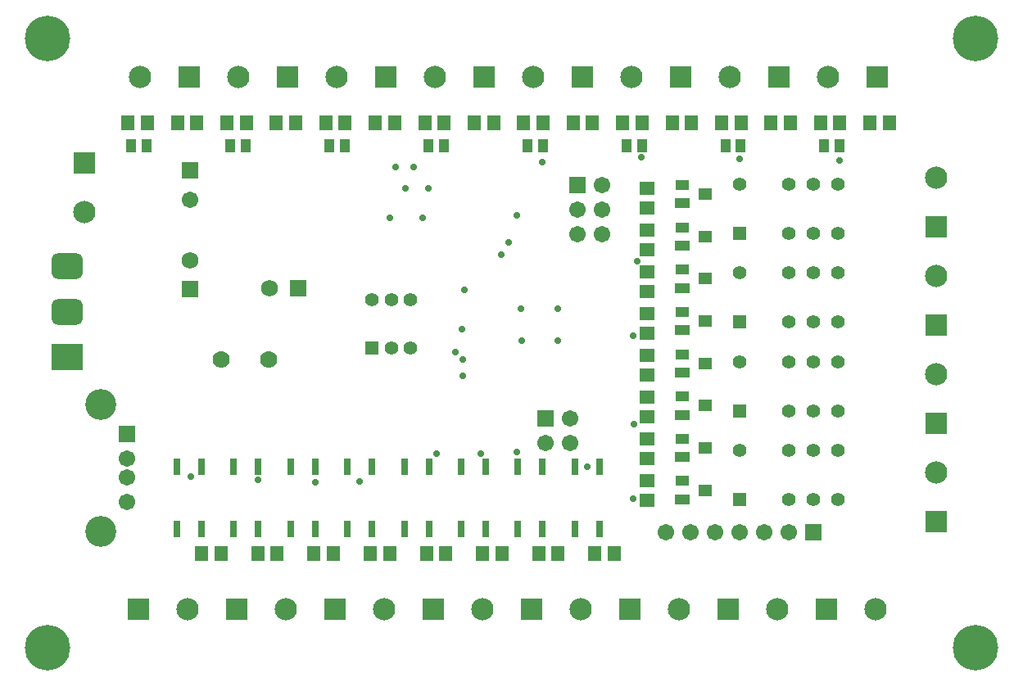
<source format=gbs>
%FSLAX25Y25*%
%MOIN*%
G70*
G01*
G75*
G04 Layer_Color=16711935*
%ADD10R,0.33465X0.42126*%
%ADD11R,0.12205X0.04331*%
%ADD12R,0.05906X0.03937*%
%ADD13R,0.05512X0.04724*%
%ADD14R,0.05906X0.05906*%
%ADD15R,0.01969X0.07874*%
%ADD16O,0.01969X0.07874*%
%ADD17R,0.04921X0.03543*%
%ADD18R,0.03543X0.02362*%
%ADD19R,0.03937X0.05906*%
%ADD20R,0.04724X0.05512*%
%ADD21R,0.01969X0.06890*%
%ADD22O,0.01969X0.06890*%
%ADD23O,0.06890X0.01969*%
%ADD24C,0.03937*%
%ADD25C,0.01000*%
%ADD26C,0.02362*%
%ADD27C,0.03150*%
%ADD28C,0.01969*%
%ADD29C,0.01575*%
%ADD30C,0.17716*%
%ADD31R,0.08268X0.08268*%
%ADD32C,0.08268*%
%ADD33R,0.08268X0.08268*%
%ADD34R,0.06102X0.06102*%
%ADD35C,0.06102*%
%ADD36R,0.06102X0.06102*%
%ADD37C,0.05906*%
%ADD38C,0.04724*%
%ADD39R,0.04724X0.04724*%
G04:AMPARAMS|DCode=40|XSize=98.43mil|YSize=118.11mil|CornerRadius=24.61mil|HoleSize=0mil|Usage=FLASHONLY|Rotation=90.000|XOffset=0mil|YOffset=0mil|HoleType=Round|Shape=RoundedRectangle|*
%AMROUNDEDRECTD40*
21,1,0.09843,0.06890,0,0,90.0*
21,1,0.04921,0.11811,0,0,90.0*
1,1,0.04921,0.03445,0.02461*
1,1,0.04921,0.03445,-0.02461*
1,1,0.04921,-0.03445,-0.02461*
1,1,0.04921,-0.03445,0.02461*
%
%ADD40ROUNDEDRECTD40*%
%ADD41R,0.11811X0.09843*%
%ADD42C,0.11811*%
%ADD43C,0.04724*%
%ADD44R,0.04724X0.04724*%
%ADD45C,0.06200*%
%ADD46R,0.05906X0.05906*%
%ADD47C,0.01969*%
%ADD48R,0.02362X0.05906*%
%ADD49R,0.04724X0.03937*%
%ADD50R,0.04724X0.03543*%
%ADD51R,0.05118X0.03543*%
%ADD52R,0.03543X0.04921*%
%ADD53C,0.00787*%
%ADD54C,0.00394*%
%ADD55C,0.01200*%
%ADD56C,0.00591*%
%ADD57C,0.00500*%
%ADD58C,0.00400*%
%ADD59C,0.00600*%
%ADD60C,0.00236*%
%ADD61C,0.00984*%
%ADD62C,0.02362*%
%ADD63R,0.34265X0.42926*%
%ADD64R,0.13005X0.05131*%
%ADD65R,0.06706X0.04737*%
%ADD66R,0.06312X0.05524*%
%ADD67R,0.06706X0.06706*%
%ADD68R,0.02769X0.08674*%
%ADD69O,0.02769X0.08674*%
%ADD70R,0.05721X0.04343*%
%ADD71R,0.04343X0.03162*%
%ADD72R,0.04737X0.06706*%
%ADD73R,0.05524X0.06312*%
%ADD74R,0.02769X0.07690*%
%ADD75O,0.02769X0.07690*%
%ADD76O,0.07690X0.02769*%
%ADD77C,0.18517*%
%ADD78R,0.09068X0.09068*%
%ADD79C,0.09068*%
%ADD80R,0.09068X0.09068*%
%ADD81R,0.06902X0.06902*%
%ADD82C,0.06902*%
%ADD83R,0.06902X0.06902*%
%ADD84C,0.06706*%
%ADD85C,0.05524*%
%ADD86R,0.05524X0.05524*%
G04:AMPARAMS|DCode=87|XSize=106.42mil|YSize=126.11mil|CornerRadius=26.61mil|HoleSize=0mil|Usage=FLASHONLY|Rotation=90.000|XOffset=0mil|YOffset=0mil|HoleType=Round|Shape=RoundedRectangle|*
%AMROUNDEDRECTD87*
21,1,0.10642,0.07290,0,0,90.0*
21,1,0.05321,0.12611,0,0,90.0*
1,1,0.05321,0.03645,0.02661*
1,1,0.05321,0.03645,-0.02661*
1,1,0.05321,-0.03645,-0.02661*
1,1,0.05321,-0.03645,0.02661*
%
%ADD87ROUNDEDRECTD87*%
%ADD88R,0.12611X0.10642*%
%ADD89C,0.12611*%
%ADD90C,0.05524*%
%ADD91R,0.05524X0.05524*%
%ADD92C,0.07000*%
%ADD93R,0.06706X0.06706*%
%ADD94C,0.02769*%
%ADD95R,0.03162X0.06706*%
%ADD96R,0.05524X0.04737*%
%ADD97R,0.05524X0.04343*%
%ADD98R,0.05918X0.04343*%
%ADD99R,0.04343X0.05721*%
D66*
X454969Y371894D02*
D03*
Y379768D02*
D03*
Y354894D02*
D03*
Y362768D02*
D03*
Y337894D02*
D03*
Y345768D02*
D03*
X454969Y320894D02*
D03*
Y328768D02*
D03*
X454969Y286894D02*
D03*
Y294768D02*
D03*
Y303894D02*
D03*
Y311768D02*
D03*
Y277728D02*
D03*
Y269854D02*
D03*
X454969Y252894D02*
D03*
Y260768D02*
D03*
D67*
X269000Y387000D02*
D03*
X243335Y279780D02*
D03*
X413386Y286221D02*
D03*
X426378Y381102D02*
D03*
D73*
X281500Y231000D02*
D03*
X273626D02*
D03*
X304357D02*
D03*
X296483D02*
D03*
X327214D02*
D03*
X319340D02*
D03*
X372929D02*
D03*
X365054D02*
D03*
X395786D02*
D03*
X387912D02*
D03*
X418643D02*
D03*
X410769D02*
D03*
X350071D02*
D03*
X342197D02*
D03*
X441500D02*
D03*
X433626D02*
D03*
X243626Y406500D02*
D03*
X251500D02*
D03*
X263759D02*
D03*
X271633D02*
D03*
X304026D02*
D03*
X311900D02*
D03*
X283893D02*
D03*
X291767D02*
D03*
X344293D02*
D03*
X352167D02*
D03*
X324159D02*
D03*
X332033D02*
D03*
X384559D02*
D03*
X392433D02*
D03*
X364426D02*
D03*
X372300D02*
D03*
X424826D02*
D03*
X432700D02*
D03*
X404693D02*
D03*
X412567Y406500D02*
D03*
X444959Y406500D02*
D03*
X452833D02*
D03*
X465093D02*
D03*
X472967D02*
D03*
X485226D02*
D03*
X493100D02*
D03*
X505359D02*
D03*
X513233D02*
D03*
X545626D02*
D03*
X553500D02*
D03*
X525493D02*
D03*
X533367D02*
D03*
D77*
X210717Y440748D02*
D03*
X588669D02*
D03*
Y192717D02*
D03*
X210717D02*
D03*
D78*
X548500Y425000D02*
D03*
X248000Y208500D02*
D03*
X508500Y425000D02*
D03*
X288000Y208500D02*
D03*
X468500Y425000D02*
D03*
X328000Y208500D02*
D03*
X368000D02*
D03*
X428500Y425000D02*
D03*
X408000Y208500D02*
D03*
X388500Y425000D02*
D03*
X448000Y208500D02*
D03*
X348500Y425000D02*
D03*
X488000Y208500D02*
D03*
X308500Y425000D02*
D03*
X528000Y208500D02*
D03*
X268500Y425000D02*
D03*
D79*
X528500D02*
D03*
X226000Y370000D02*
D03*
X268000Y208500D02*
D03*
X488500Y425000D02*
D03*
X308000Y208500D02*
D03*
X448500Y425000D02*
D03*
X348000Y208500D02*
D03*
X388000D02*
D03*
X408500Y425000D02*
D03*
X428000Y208500D02*
D03*
X368500Y425000D02*
D03*
X468000Y208500D02*
D03*
X328500Y425000D02*
D03*
X508000Y208500D02*
D03*
X288500Y425000D02*
D03*
X548000Y208500D02*
D03*
X248500Y425000D02*
D03*
X572500Y264000D02*
D03*
Y304000D02*
D03*
Y344000D02*
D03*
Y384000D02*
D03*
D80*
X226000Y390000D02*
D03*
X572500Y244000D02*
D03*
X572500Y284000D02*
D03*
Y324000D02*
D03*
X572500Y364000D02*
D03*
D81*
X313000Y339000D02*
D03*
D82*
X301189D02*
D03*
X268984Y350590D02*
D03*
D83*
Y338779D02*
D03*
D84*
X269000Y375189D02*
D03*
X243335Y252024D02*
D03*
Y269937D02*
D03*
Y262063D02*
D03*
X423386Y276220D02*
D03*
X413386D02*
D03*
X423386Y286221D02*
D03*
X436378Y361102D02*
D03*
X426378Y361102D02*
D03*
X436378Y371102D02*
D03*
X426378D02*
D03*
X436378Y381102D02*
D03*
X462441Y239764D02*
D03*
X472441D02*
D03*
X482441D02*
D03*
X492441D02*
D03*
X512441D02*
D03*
X502441D02*
D03*
D85*
X342905Y334622D02*
D03*
X350780Y314937D02*
D03*
Y334622D02*
D03*
X358653Y314937D02*
D03*
Y334622D02*
D03*
D86*
X342905Y314937D02*
D03*
D87*
X218913Y348008D02*
D03*
Y329504D02*
D03*
D88*
Y311000D02*
D03*
D89*
X232665Y291866D02*
D03*
Y240134D02*
D03*
D90*
X532500Y273000D02*
D03*
Y253000D02*
D03*
X522500D02*
D03*
Y273000D02*
D03*
X492500Y273000D02*
D03*
X512500Y253000D02*
D03*
Y273000D02*
D03*
X532500Y381500D02*
D03*
Y361500D02*
D03*
X522500D02*
D03*
Y381500D02*
D03*
X492500Y381500D02*
D03*
X512500Y361500D02*
D03*
Y381500D02*
D03*
X532500Y309167D02*
D03*
Y289167D02*
D03*
X522500D02*
D03*
Y309167D02*
D03*
X492500Y309167D02*
D03*
X512500Y289167D02*
D03*
Y309167D02*
D03*
X532500Y345333D02*
D03*
Y325333D02*
D03*
X522500D02*
D03*
Y345333D02*
D03*
X492500Y345333D02*
D03*
X512500Y325333D02*
D03*
Y345333D02*
D03*
D91*
X492500Y253000D02*
D03*
Y361500D02*
D03*
Y289167D02*
D03*
Y325333D02*
D03*
D92*
X300874Y310039D02*
D03*
X281661D02*
D03*
D93*
X522441Y239764D02*
D03*
D94*
X379661Y322590D02*
D03*
X379961Y309992D02*
D03*
Y303623D02*
D03*
X376858Y313189D02*
D03*
X269311Y262402D02*
D03*
X296543Y261221D02*
D03*
X319786Y260053D02*
D03*
X337882Y260433D02*
D03*
X369169Y271846D02*
D03*
X387118Y271850D02*
D03*
X430658Y266475D02*
D03*
X449299Y253346D02*
D03*
X449693Y283661D02*
D03*
X449299Y319882D02*
D03*
X450874Y350197D02*
D03*
X380402Y338386D02*
D03*
X395504Y352811D02*
D03*
X412291Y390354D02*
D03*
X401803Y368843D02*
D03*
X398654Y357677D02*
D03*
X452449Y392323D02*
D03*
X492606Y391929D02*
D03*
X533157Y391142D02*
D03*
X403630Y330906D02*
D03*
X418590D02*
D03*
Y317913D02*
D03*
X404024D02*
D03*
X352449Y388386D02*
D03*
X359929D02*
D03*
X356386Y379724D02*
D03*
X365835D02*
D03*
X350087Y367913D02*
D03*
X363472D02*
D03*
X401803Y272441D02*
D03*
D95*
X366071Y241000D02*
D03*
X356071D02*
D03*
X366071Y266590D02*
D03*
X356071D02*
D03*
X435500Y241000D02*
D03*
X425500D02*
D03*
X435500Y266590D02*
D03*
X425500D02*
D03*
X273500Y241000D02*
D03*
X263500D02*
D03*
X273500Y266590D02*
D03*
X263500D02*
D03*
X296643Y241000D02*
D03*
X286643D02*
D03*
X296643Y266590D02*
D03*
X286643D02*
D03*
X319786Y241000D02*
D03*
X309786D02*
D03*
X319786Y266590D02*
D03*
X309786D02*
D03*
X342929Y241000D02*
D03*
X332928D02*
D03*
X342929Y266590D02*
D03*
X332928D02*
D03*
X389214Y241000D02*
D03*
X379214D02*
D03*
X389214Y266590D02*
D03*
X379214D02*
D03*
X412357Y241000D02*
D03*
X402357D02*
D03*
X412357Y266590D02*
D03*
X402357D02*
D03*
D96*
X478594Y377394D02*
D03*
Y360179D02*
D03*
Y342965D02*
D03*
X478594Y325751D02*
D03*
Y308537D02*
D03*
X478594Y291322D02*
D03*
Y274108D02*
D03*
Y256894D02*
D03*
D97*
X469343Y381134D02*
D03*
Y363919D02*
D03*
Y346705D02*
D03*
X469343Y329491D02*
D03*
Y312277D02*
D03*
X469343Y295062D02*
D03*
Y277848D02*
D03*
Y260634D02*
D03*
D98*
X469343Y373654D02*
D03*
Y356439D02*
D03*
Y339225D02*
D03*
Y322011D02*
D03*
Y304796D02*
D03*
Y287582D02*
D03*
Y270368D02*
D03*
Y253153D02*
D03*
D99*
X245000Y397000D02*
D03*
X251299D02*
D03*
X285286D02*
D03*
X291585D02*
D03*
X331989Y397118D02*
D03*
X325690D02*
D03*
X365857Y397000D02*
D03*
X372156D02*
D03*
X406143D02*
D03*
X412442D02*
D03*
X446428D02*
D03*
X452728D02*
D03*
X486714D02*
D03*
X493013D02*
D03*
X527000D02*
D03*
X533299D02*
D03*
M02*

</source>
